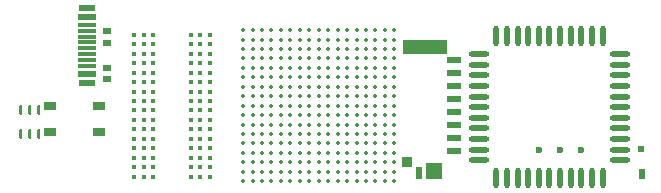
<source format=gtp>
G04*
G04 #@! TF.GenerationSoftware,Altium Limited,Altium Designer,20.2.6 (244)*
G04*
G04 Layer_Color=8421504*
%FSLAX25Y25*%
%MOIN*%
G70*
G04*
G04 #@! TF.SameCoordinates,CD837568-38DE-450B-9098-1122AA740EA9*
G04*
G04*
G04 #@! TF.FilePolarity,Positive*
G04*
G01*
G75*
%ADD14R,0.02400X0.03543*%
%ADD15R,0.01968X0.01968*%
%ADD16C,0.02362*%
%ADD17O,0.01968X0.06890*%
%ADD18O,0.06890X0.01968*%
%ADD19R,0.02756X0.02362*%
%ADD20C,0.01614*%
G04:AMPARAMS|DCode=21|XSize=33.47mil|YSize=10mil|CornerRadius=2.5mil|HoleSize=0mil|Usage=FLASHONLY|Rotation=90.000|XOffset=0mil|YOffset=0mil|HoleType=Round|Shape=RoundedRectangle|*
%AMROUNDEDRECTD21*
21,1,0.03347,0.00500,0,0,90.0*
21,1,0.02847,0.01000,0,0,90.0*
1,1,0.00500,0.00250,0.01423*
1,1,0.00500,0.00250,-0.01423*
1,1,0.00500,-0.00250,-0.01423*
1,1,0.00500,-0.00250,0.01423*
%
%ADD21ROUNDEDRECTD21*%
%ADD22O,0.01000X0.03347*%
%ADD23R,0.04134X0.02559*%
%ADD24R,0.05706X0.02362*%
%ADD25R,0.05906X0.02362*%
%ADD26R,0.05906X0.01181*%
%ADD27C,0.01378*%
%ADD28R,0.04921X0.02362*%
%ADD29R,0.14921X0.04724*%
%ADD30R,0.05512X0.05709*%
%ADD31R,0.02362X0.03937*%
%ADD32R,0.03347X0.03740*%
D14*
X623721Y294921D02*
D03*
D15*
X623484Y303189D02*
D03*
D16*
X589357Y303027D02*
D03*
X596443D02*
D03*
X603530D02*
D03*
D17*
X610616Y293578D02*
D03*
X607073D02*
D03*
X603530D02*
D03*
X599987D02*
D03*
X596443D02*
D03*
X592900D02*
D03*
X589357D02*
D03*
X585813D02*
D03*
X582270D02*
D03*
X578727D02*
D03*
X575183D02*
D03*
Y340822D02*
D03*
X578727D02*
D03*
X582270D02*
D03*
X585813D02*
D03*
X589357D02*
D03*
X592900D02*
D03*
X596443D02*
D03*
X599987D02*
D03*
X603530D02*
D03*
X607073D02*
D03*
X610616D02*
D03*
D18*
X569278Y299483D02*
D03*
Y303027D02*
D03*
Y306570D02*
D03*
Y310113D02*
D03*
Y313657D02*
D03*
Y317200D02*
D03*
Y320743D02*
D03*
Y324287D02*
D03*
Y327830D02*
D03*
Y331373D02*
D03*
Y334916D02*
D03*
X616522D02*
D03*
Y331373D02*
D03*
Y327830D02*
D03*
Y324287D02*
D03*
Y320743D02*
D03*
Y317200D02*
D03*
Y313657D02*
D03*
Y310113D02*
D03*
Y306570D02*
D03*
Y303027D02*
D03*
Y299483D02*
D03*
D19*
X445300Y338732D02*
D03*
Y342669D02*
D03*
Y326431D02*
D03*
Y330368D02*
D03*
D20*
X454502Y341322D02*
D03*
X457651D02*
D03*
X460801D02*
D03*
X473399D02*
D03*
X476549D02*
D03*
X479698D02*
D03*
X454502Y338172D02*
D03*
X457651D02*
D03*
X460801D02*
D03*
X473399D02*
D03*
X476549D02*
D03*
X479698D02*
D03*
X454502Y335023D02*
D03*
X457651D02*
D03*
X460801D02*
D03*
X473399D02*
D03*
X476549D02*
D03*
X479698D02*
D03*
X454502Y331873D02*
D03*
X457651D02*
D03*
X460801D02*
D03*
X473399D02*
D03*
X476549D02*
D03*
X479698D02*
D03*
X454502Y328724D02*
D03*
X457651D02*
D03*
X460801D02*
D03*
X473399D02*
D03*
X476549D02*
D03*
X479698D02*
D03*
X454502Y325574D02*
D03*
X457651D02*
D03*
X460801D02*
D03*
X473399D02*
D03*
X476549D02*
D03*
X479698D02*
D03*
X454502Y322424D02*
D03*
X457651D02*
D03*
X460801D02*
D03*
X473399D02*
D03*
X476549D02*
D03*
X479698D02*
D03*
X454502Y319275D02*
D03*
X457651D02*
D03*
X460801D02*
D03*
X473399D02*
D03*
X476549D02*
D03*
X479698D02*
D03*
X454502Y316125D02*
D03*
X457651D02*
D03*
X460801D02*
D03*
X473399D02*
D03*
X476549D02*
D03*
X479698D02*
D03*
X454502Y312976D02*
D03*
X457651D02*
D03*
X460801D02*
D03*
X473399D02*
D03*
X476549D02*
D03*
X479698D02*
D03*
X454502Y309826D02*
D03*
X457651D02*
D03*
X460801D02*
D03*
X473399D02*
D03*
X476549D02*
D03*
X479698D02*
D03*
X454502Y306676D02*
D03*
X457651D02*
D03*
X460801D02*
D03*
X473399D02*
D03*
X476549D02*
D03*
X479698D02*
D03*
X454502Y303527D02*
D03*
X457651D02*
D03*
X460801D02*
D03*
X473399D02*
D03*
X476549D02*
D03*
X479698D02*
D03*
X454502Y300377D02*
D03*
X457651D02*
D03*
X460801D02*
D03*
X473399D02*
D03*
X476549D02*
D03*
X479698D02*
D03*
X454502Y297228D02*
D03*
X457651D02*
D03*
X460801D02*
D03*
X473399D02*
D03*
X476549D02*
D03*
X479698D02*
D03*
X454502Y294078D02*
D03*
X457651D02*
D03*
X460801D02*
D03*
X473399D02*
D03*
X476549D02*
D03*
X479698D02*
D03*
D21*
X416700Y308300D02*
D03*
D22*
X422700Y316300D02*
D03*
X419700D02*
D03*
X416700D02*
D03*
X419700Y308300D02*
D03*
X422700D02*
D03*
D23*
X442769Y309068D02*
D03*
X426431D02*
D03*
X442769Y317532D02*
D03*
X426431D02*
D03*
D24*
X438807Y350398D02*
D03*
Y325202D02*
D03*
D25*
X438707Y347249D02*
D03*
Y328351D02*
D03*
D26*
Y330910D02*
D03*
Y332879D02*
D03*
Y334847D02*
D03*
Y336816D02*
D03*
Y338784D02*
D03*
Y340753D02*
D03*
Y342721D02*
D03*
Y344690D02*
D03*
D27*
X490803Y342897D02*
D03*
X493953D02*
D03*
X497102D02*
D03*
X500252D02*
D03*
X503402D02*
D03*
X506551D02*
D03*
X509701D02*
D03*
X512850D02*
D03*
X516000D02*
D03*
X519150D02*
D03*
X522299D02*
D03*
X525449D02*
D03*
X528598D02*
D03*
X531748D02*
D03*
X534898D02*
D03*
X538047D02*
D03*
X541197D02*
D03*
X490803Y339747D02*
D03*
X493953D02*
D03*
X497102D02*
D03*
X500252D02*
D03*
X503402D02*
D03*
X506551D02*
D03*
X509701D02*
D03*
X512850D02*
D03*
X516000D02*
D03*
X519150D02*
D03*
X522299D02*
D03*
X525449D02*
D03*
X528598D02*
D03*
X531748D02*
D03*
X534898D02*
D03*
X538047D02*
D03*
X541197D02*
D03*
X490803Y336598D02*
D03*
X493953D02*
D03*
X497102D02*
D03*
X500252D02*
D03*
X503402D02*
D03*
X506551D02*
D03*
X509701D02*
D03*
X512850D02*
D03*
X516000D02*
D03*
X519150D02*
D03*
X522299D02*
D03*
X525449D02*
D03*
X528598D02*
D03*
X531748D02*
D03*
X534898D02*
D03*
X538047D02*
D03*
X541197D02*
D03*
X490803Y333448D02*
D03*
X493953D02*
D03*
X497102D02*
D03*
X500252D02*
D03*
X503402D02*
D03*
X506551D02*
D03*
X509701D02*
D03*
X512850D02*
D03*
X516000D02*
D03*
X519150D02*
D03*
X522299D02*
D03*
X525449D02*
D03*
X528598D02*
D03*
X531748D02*
D03*
X534898D02*
D03*
X538047D02*
D03*
X541197D02*
D03*
X490803Y330298D02*
D03*
X493953D02*
D03*
X497102D02*
D03*
X500252D02*
D03*
X503402D02*
D03*
X506551D02*
D03*
X509701D02*
D03*
X512850D02*
D03*
X516000D02*
D03*
X519150D02*
D03*
X522299D02*
D03*
X525449D02*
D03*
X528598D02*
D03*
X531748D02*
D03*
X534898D02*
D03*
X538047D02*
D03*
X541197D02*
D03*
X490803Y327149D02*
D03*
X493953D02*
D03*
X497102D02*
D03*
X500252D02*
D03*
X503402D02*
D03*
X506551D02*
D03*
X509701D02*
D03*
X512850D02*
D03*
X516000D02*
D03*
X519150D02*
D03*
X522299D02*
D03*
X525449D02*
D03*
X528598D02*
D03*
X531748D02*
D03*
X534898D02*
D03*
X538047D02*
D03*
X541197D02*
D03*
X490803Y323999D02*
D03*
X493953D02*
D03*
X497102D02*
D03*
X500252D02*
D03*
X503402D02*
D03*
X506551D02*
D03*
X509701D02*
D03*
X512850D02*
D03*
X516000D02*
D03*
X519150D02*
D03*
X522299D02*
D03*
X525449D02*
D03*
X528598D02*
D03*
X531748D02*
D03*
X534898D02*
D03*
X538047D02*
D03*
X541197D02*
D03*
X490803Y320850D02*
D03*
X493953D02*
D03*
X497102D02*
D03*
X500252D02*
D03*
X503402D02*
D03*
X506551D02*
D03*
X509701D02*
D03*
X512850D02*
D03*
X516000D02*
D03*
X519150D02*
D03*
X522299D02*
D03*
X525449D02*
D03*
X528598D02*
D03*
X531748D02*
D03*
X534898D02*
D03*
X538047D02*
D03*
X541197D02*
D03*
X490803Y317700D02*
D03*
X493953D02*
D03*
X497102D02*
D03*
X500252D02*
D03*
X503402D02*
D03*
X506551D02*
D03*
X509701D02*
D03*
X512850D02*
D03*
X516000D02*
D03*
X519150D02*
D03*
X522299D02*
D03*
X525449D02*
D03*
X528598D02*
D03*
X531748D02*
D03*
X534898D02*
D03*
X538047D02*
D03*
X541197D02*
D03*
X490803Y314550D02*
D03*
X493953D02*
D03*
X497102D02*
D03*
X500252D02*
D03*
X503402D02*
D03*
X506551D02*
D03*
X509701D02*
D03*
X512850D02*
D03*
X516000D02*
D03*
X519150D02*
D03*
X522299D02*
D03*
X525449D02*
D03*
X528598D02*
D03*
X531748D02*
D03*
X534898D02*
D03*
X538047D02*
D03*
X541197D02*
D03*
X490803Y311401D02*
D03*
X493953D02*
D03*
X497102D02*
D03*
X500252D02*
D03*
X503402D02*
D03*
X506551D02*
D03*
X509701D02*
D03*
X512850D02*
D03*
X516000D02*
D03*
X519150D02*
D03*
X522299D02*
D03*
X525449D02*
D03*
X528598D02*
D03*
X531748D02*
D03*
X534898D02*
D03*
X538047D02*
D03*
X541197D02*
D03*
X490803Y308251D02*
D03*
X493953D02*
D03*
X497102D02*
D03*
X500252D02*
D03*
X503402D02*
D03*
X506551D02*
D03*
X509701D02*
D03*
X512850D02*
D03*
X516000D02*
D03*
X519150D02*
D03*
X522299D02*
D03*
X525449D02*
D03*
X528598D02*
D03*
X531748D02*
D03*
X534898D02*
D03*
X538047D02*
D03*
X541197D02*
D03*
X490803Y305102D02*
D03*
X493953D02*
D03*
X497102D02*
D03*
X500252D02*
D03*
X503402D02*
D03*
X506551D02*
D03*
X509701D02*
D03*
X512850D02*
D03*
X516000D02*
D03*
X519150D02*
D03*
X522299D02*
D03*
X525449D02*
D03*
X528598D02*
D03*
X531748D02*
D03*
X534898D02*
D03*
X538047D02*
D03*
X541197D02*
D03*
X490803Y301952D02*
D03*
X493953D02*
D03*
X497102D02*
D03*
X500252D02*
D03*
X503402D02*
D03*
X506551D02*
D03*
X509701D02*
D03*
X512850D02*
D03*
X516000D02*
D03*
X519150D02*
D03*
X522299D02*
D03*
X525449D02*
D03*
X528598D02*
D03*
X531748D02*
D03*
X534898D02*
D03*
X538047D02*
D03*
X541197D02*
D03*
X490803Y298802D02*
D03*
X493953D02*
D03*
X497102D02*
D03*
X500252D02*
D03*
X503402D02*
D03*
X506551D02*
D03*
X509701D02*
D03*
X512850D02*
D03*
X516000D02*
D03*
X519150D02*
D03*
X522299D02*
D03*
X525449D02*
D03*
X528598D02*
D03*
X531748D02*
D03*
X534898D02*
D03*
X538047D02*
D03*
X541197D02*
D03*
X490803Y295653D02*
D03*
X493953D02*
D03*
X497102D02*
D03*
X500252D02*
D03*
X503402D02*
D03*
X506551D02*
D03*
X509701D02*
D03*
X512850D02*
D03*
X516000D02*
D03*
X519150D02*
D03*
X522299D02*
D03*
X525449D02*
D03*
X528598D02*
D03*
X531748D02*
D03*
X534898D02*
D03*
X538047D02*
D03*
X541197D02*
D03*
X490803Y292503D02*
D03*
X493953D02*
D03*
X497102D02*
D03*
X500252D02*
D03*
X503402D02*
D03*
X506551D02*
D03*
X509701D02*
D03*
X512850D02*
D03*
X516000D02*
D03*
X519150D02*
D03*
X522299D02*
D03*
X525449D02*
D03*
X528598D02*
D03*
X531748D02*
D03*
X534898D02*
D03*
X538047D02*
D03*
X541197D02*
D03*
D28*
X561124Y302626D02*
D03*
Y306957D02*
D03*
Y311288D02*
D03*
Y315618D02*
D03*
Y319949D02*
D03*
Y324280D02*
D03*
Y328611D02*
D03*
Y332941D02*
D03*
D29*
X551576Y337370D02*
D03*
D30*
X554431Y296032D02*
D03*
D31*
X549411Y295146D02*
D03*
D32*
X545474Y299083D02*
D03*
M02*

</source>
